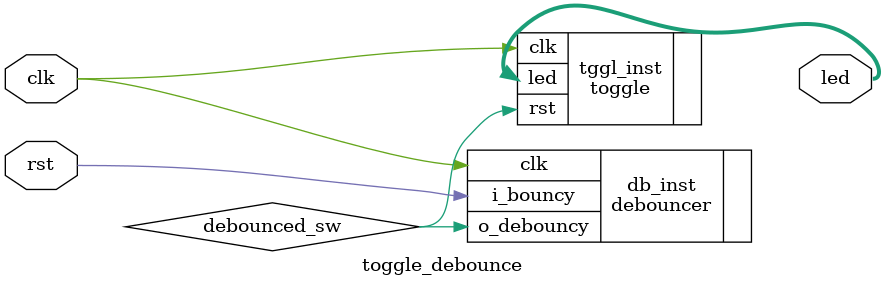
<source format=v>
module toggle_debounce(
input clk,
input rst,
output [7:0] led);

wire debounced_sw;

debouncer #(.DEBOUNCE_LIMIT(1000000)) db_inst
(.clk(clk),.i_bouncy(rst),.o_debouncy(debounced_sw));

toggle tggl_inst
(.clk(clk),.rst(debounced_sw),.led(led));

endmodule

</source>
